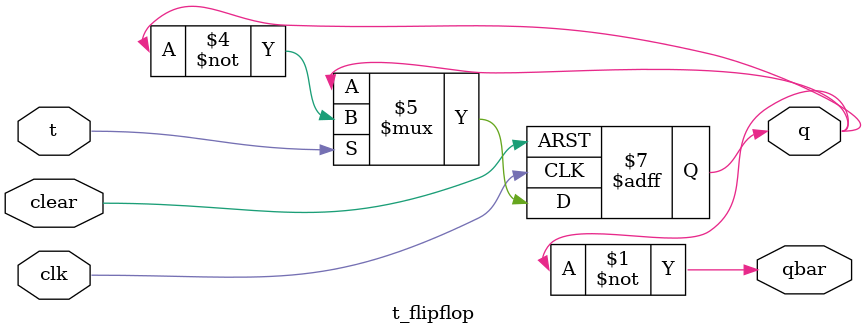
<source format=v>
module t_flipflop (
    input t,
    input clk,
    input clear,
    output reg q,
    output qbar
);

assign qbar = ~q;

always @(posedge clk or negedge clear) begin
    if (!clear) begin
        q <= 0;
    end else if (t) begin
        q <= ~q;
    end
end
endmodule
</source>
